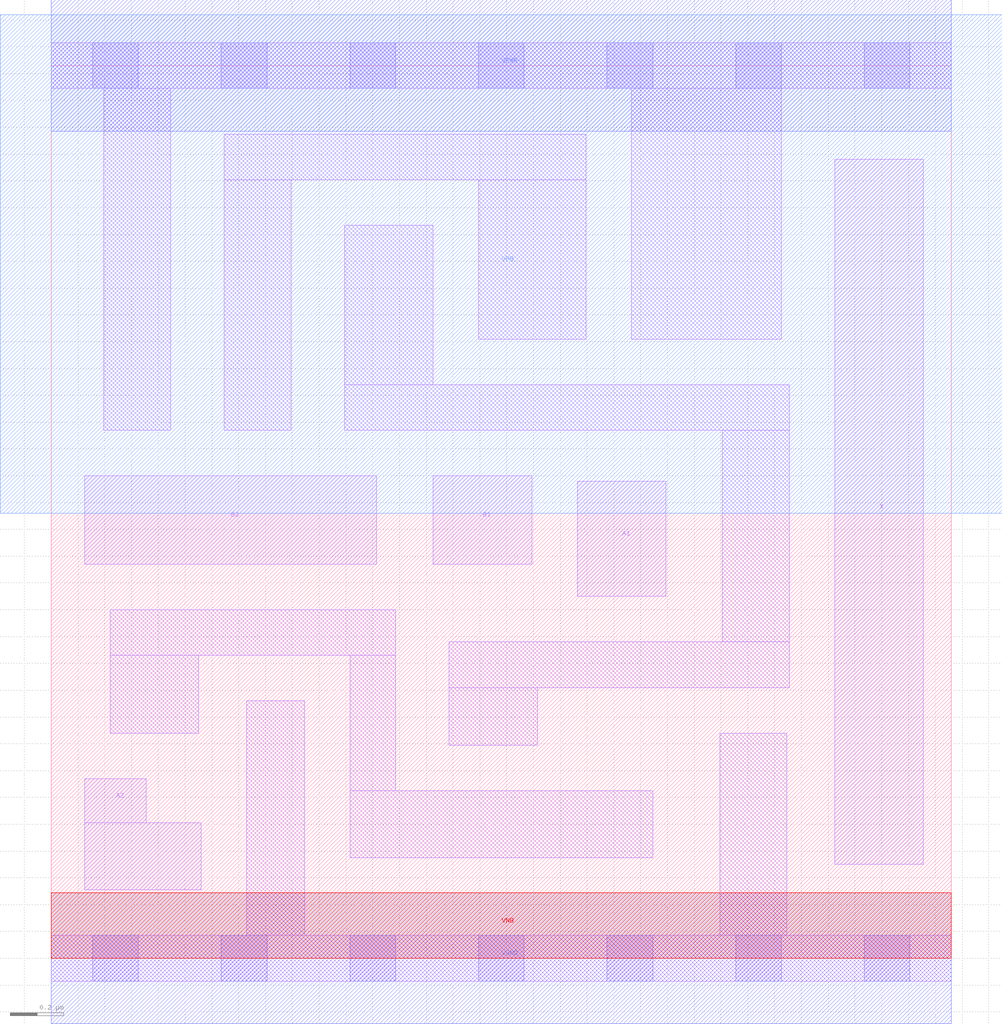
<source format=lef>
# Copyright 2020 The SkyWater PDK Authors
#
# Licensed under the Apache License, Version 2.0 (the "License");
# you may not use this file except in compliance with the License.
# You may obtain a copy of the License at
#
#     https://www.apache.org/licenses/LICENSE-2.0
#
# Unless required by applicable law or agreed to in writing, software
# distributed under the License is distributed on an "AS IS" BASIS,
# WITHOUT WARRANTIES OR CONDITIONS OF ANY KIND, either express or implied.
# See the License for the specific language governing permissions and
# limitations under the License.
#
# SPDX-License-Identifier: Apache-2.0

VERSION 5.7 ;
  NOWIREEXTENSIONATPIN ON ;
  DIVIDERCHAR "/" ;
  BUSBITCHARS "[]" ;
MACRO sky130_fd_sc_hs__a22o_1
  CLASS CORE ;
  FOREIGN sky130_fd_sc_hs__a22o_1 ;
  ORIGIN  0.000000  0.000000 ;
  SIZE  3.360000 BY  3.330000 ;
  SYMMETRY X Y ;
  SITE unit ;
  PIN A1
    ANTENNAGATEAREA  0.246000 ;
    DIRECTION INPUT ;
    USE SIGNAL ;
    PORT
      LAYER li1 ;
        RECT 1.965000 1.350000 2.295000 1.780000 ;
    END
  END A1
  PIN A2
    ANTENNAGATEAREA  0.246000 ;
    DIRECTION INPUT ;
    USE SIGNAL ;
    PORT
      LAYER li1 ;
        RECT 0.125000 0.255000 0.560000 0.505000 ;
        RECT 0.125000 0.505000 0.355000 0.670000 ;
    END
  END A2
  PIN B1
    ANTENNAGATEAREA  0.246000 ;
    DIRECTION INPUT ;
    USE SIGNAL ;
    PORT
      LAYER li1 ;
        RECT 1.425000 1.470000 1.795000 1.800000 ;
    END
  END B1
  PIN B2
    ANTENNAGATEAREA  0.246000 ;
    DIRECTION INPUT ;
    USE SIGNAL ;
    PORT
      LAYER li1 ;
        RECT 0.125000 1.470000 1.215000 1.800000 ;
    END
  END B2
  PIN X
    ANTENNADIFFAREA  0.504100 ;
    DIRECTION OUTPUT ;
    USE SIGNAL ;
    PORT
      LAYER li1 ;
        RECT 2.925000 0.350000 3.255000 2.980000 ;
    END
  END X
  PIN VGND
    DIRECTION INOUT ;
    USE GROUND ;
    PORT
      LAYER met1 ;
        RECT 0.000000 -0.245000 3.360000 0.245000 ;
    END
  END VGND
  PIN VNB
    DIRECTION INOUT ;
    USE GROUND ;
    PORT
      LAYER pwell ;
        RECT 0.000000 0.000000 3.360000 0.245000 ;
    END
  END VNB
  PIN VPB
    DIRECTION INOUT ;
    USE POWER ;
    PORT
      LAYER nwell ;
        RECT -0.190000 1.660000 3.550000 3.520000 ;
    END
  END VPB
  PIN VPWR
    DIRECTION INOUT ;
    USE POWER ;
    PORT
      LAYER met1 ;
        RECT 0.000000 3.085000 3.360000 3.575000 ;
    END
  END VPWR
  OBS
    LAYER li1 ;
      RECT 0.000000 -0.085000 3.360000 0.085000 ;
      RECT 0.000000  3.245000 3.360000 3.415000 ;
      RECT 0.195000  1.970000 0.445000 3.245000 ;
      RECT 0.220000  0.840000 0.550000 1.130000 ;
      RECT 0.220000  1.130000 1.285000 1.300000 ;
      RECT 0.645000  1.970000 0.895000 2.905000 ;
      RECT 0.645000  2.905000 1.995000 3.075000 ;
      RECT 0.730000  0.085000 0.945000 0.960000 ;
      RECT 1.095000  1.970000 2.755000 2.140000 ;
      RECT 1.095000  2.140000 1.425000 2.735000 ;
      RECT 1.115000  0.375000 2.245000 0.625000 ;
      RECT 1.115000  0.625000 1.285000 1.130000 ;
      RECT 1.485000  0.795000 1.815000 1.010000 ;
      RECT 1.485000  1.010000 2.755000 1.180000 ;
      RECT 1.595000  2.310000 1.995000 2.905000 ;
      RECT 2.165000  2.310000 2.725000 3.245000 ;
      RECT 2.495000  0.085000 2.745000 0.840000 ;
      RECT 2.505000  1.180000 2.755000 1.970000 ;
    LAYER mcon ;
      RECT 0.155000 -0.085000 0.325000 0.085000 ;
      RECT 0.155000  3.245000 0.325000 3.415000 ;
      RECT 0.635000 -0.085000 0.805000 0.085000 ;
      RECT 0.635000  3.245000 0.805000 3.415000 ;
      RECT 1.115000 -0.085000 1.285000 0.085000 ;
      RECT 1.115000  3.245000 1.285000 3.415000 ;
      RECT 1.595000 -0.085000 1.765000 0.085000 ;
      RECT 1.595000  3.245000 1.765000 3.415000 ;
      RECT 2.075000 -0.085000 2.245000 0.085000 ;
      RECT 2.075000  3.245000 2.245000 3.415000 ;
      RECT 2.555000 -0.085000 2.725000 0.085000 ;
      RECT 2.555000  3.245000 2.725000 3.415000 ;
      RECT 3.035000 -0.085000 3.205000 0.085000 ;
      RECT 3.035000  3.245000 3.205000 3.415000 ;
  END
END sky130_fd_sc_hs__a22o_1
END LIBRARY

</source>
